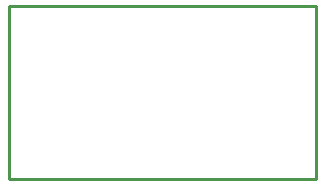
<source format=gko>
G04 Layer: BoardOutlineLayer*
G04 EasyEDA v6.5.50, 2025-08-03 21:05:28*
G04 4151ae2e18684c32929759037d91373d,324dd03f55b54ef1918ba81d68900132,10*
G04 Gerber Generator version 0.2*
G04 Scale: 100 percent, Rotated: No, Reflected: No *
G04 Dimensions in millimeters *
G04 leading zeros omitted , absolute positions ,4 integer and 5 decimal *
%FSLAX45Y45*%
%MOMM*%

%ADD10C,0.2540*%
%ADD11C,0.0126*%
D10*
X965197Y9324380D02*
G01*
X3561092Y9324380D01*
X3561092Y7856283D01*
X965197Y7856283D01*
X965197Y9324380D01*

%LPD*%
M02*

</source>
